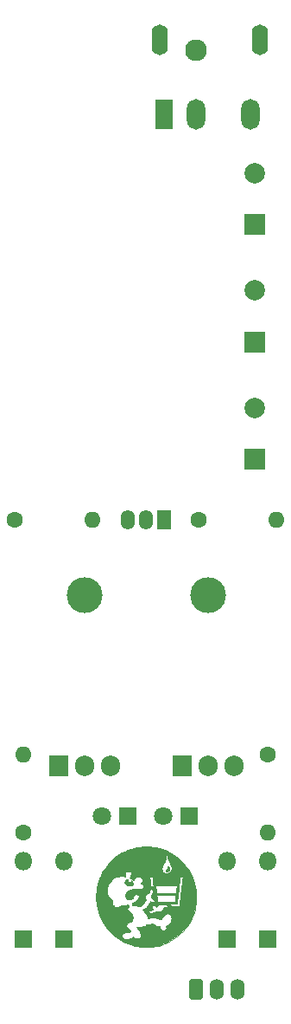
<source format=gbr>
%TF.GenerationSoftware,KiCad,Pcbnew,9.0.1*%
%TF.CreationDate,2025-05-19T14:39:27+10:00*%
%TF.ProjectId,Power,506f7765-722e-46b6-9963-61645f706362,rev?*%
%TF.SameCoordinates,Original*%
%TF.FileFunction,Soldermask,Bot*%
%TF.FilePolarity,Negative*%
%FSLAX46Y46*%
G04 Gerber Fmt 4.6, Leading zero omitted, Abs format (unit mm)*
G04 Created by KiCad (PCBNEW 9.0.1) date 2025-05-19 14:39:27*
%MOMM*%
%LPD*%
G01*
G04 APERTURE LIST*
G04 Aperture macros list*
%AMRoundRect*
0 Rectangle with rounded corners*
0 $1 Rounding radius*
0 $2 $3 $4 $5 $6 $7 $8 $9 X,Y pos of 4 corners*
0 Add a 4 corners polygon primitive as box body*
4,1,4,$2,$3,$4,$5,$6,$7,$8,$9,$2,$3,0*
0 Add four circle primitives for the rounded corners*
1,1,$1+$1,$2,$3*
1,1,$1+$1,$4,$5*
1,1,$1+$1,$6,$7*
1,1,$1+$1,$8,$9*
0 Add four rect primitives between the rounded corners*
20,1,$1+$1,$2,$3,$4,$5,0*
20,1,$1+$1,$4,$5,$6,$7,0*
20,1,$1+$1,$6,$7,$8,$9,0*
20,1,$1+$1,$8,$9,$2,$3,0*%
G04 Aperture macros list end*
%ADD10C,0.010000*%
%ADD11O,1.400000X2.000000*%
%ADD12RoundRect,0.291666X-0.408334X-0.708334X0.408334X-0.708334X0.408334X0.708334X-0.408334X0.708334X0*%
%ADD13R,2.000000X2.000000*%
%ADD14C,2.000000*%
%ADD15C,3.500000*%
%ADD16R,1.905000X2.000000*%
%ADD17O,1.905000X2.000000*%
%ADD18R,1.800000X1.800000*%
%ADD19C,1.800000*%
%ADD20O,1.800000X1.800000*%
%ADD21C,2.130000*%
%ADD22O,1.800000X3.000000*%
%ADD23R,1.800000X3.000000*%
%ADD24O,1.600000X3.000000*%
%ADD25C,1.600000*%
%ADD26O,1.600000X1.600000*%
%ADD27R,1.350000X1.900000*%
%ADD28O,1.350000X1.900000*%
G04 APERTURE END LIST*
D10*
%TO.C,G\u002A\u002A\u002A*%
X119329217Y-123767925D02*
X119498202Y-124038351D01*
X119649236Y-124319869D01*
X119749885Y-124541267D01*
X119782151Y-124612247D01*
X119896784Y-124915251D01*
X119986106Y-125205979D01*
X120059786Y-125515108D01*
X120113140Y-125827828D01*
X120146194Y-126143034D01*
X120158977Y-126459623D01*
X120151516Y-126776492D01*
X120123840Y-127092535D01*
X120075974Y-127406651D01*
X120007948Y-127717733D01*
X119919789Y-128024680D01*
X119811523Y-128326386D01*
X119800850Y-128352997D01*
X119737624Y-128500066D01*
X119677364Y-128627855D01*
X119664907Y-128654273D01*
X119585603Y-128810074D01*
X119502615Y-128961929D01*
X119418846Y-129104299D01*
X119337201Y-129231638D01*
X119247095Y-129360828D01*
X119050111Y-129616639D01*
X118838993Y-129857417D01*
X118614523Y-130082718D01*
X118377485Y-130292099D01*
X118128662Y-130485116D01*
X117868839Y-130661324D01*
X117598797Y-130820279D01*
X117319320Y-130961539D01*
X117031195Y-131084658D01*
X116735202Y-131189193D01*
X116432124Y-131274700D01*
X116122747Y-131340735D01*
X115807852Y-131386855D01*
X115488224Y-131412613D01*
X115398870Y-131415888D01*
X115206694Y-131416991D01*
X115007993Y-131410865D01*
X114809497Y-131397891D01*
X114617934Y-131378453D01*
X114440037Y-131352935D01*
X114363421Y-131339466D01*
X114046714Y-131271251D01*
X113739514Y-131184339D01*
X113441330Y-131078503D01*
X113151667Y-130953513D01*
X112870035Y-130809146D01*
X112595938Y-130645170D01*
X112328885Y-130461359D01*
X112068383Y-130257485D01*
X112016940Y-130212805D01*
X111954273Y-130155267D01*
X111884132Y-130088546D01*
X111809840Y-130015968D01*
X111734723Y-129940859D01*
X111662106Y-129866544D01*
X111595316Y-129796349D01*
X111537677Y-129733598D01*
X111492515Y-129681617D01*
X111443133Y-129621367D01*
X111243055Y-129357669D01*
X111062698Y-129086261D01*
X110902063Y-128807151D01*
X110761156Y-128520345D01*
X110639978Y-128225853D01*
X110538532Y-127923680D01*
X110456823Y-127613835D01*
X110394852Y-127296324D01*
X110352623Y-126971154D01*
X110347088Y-126905540D01*
X110340546Y-126790238D01*
X110336447Y-126662959D01*
X110334792Y-126529205D01*
X110335581Y-126394476D01*
X110338814Y-126264269D01*
X110344491Y-126144089D01*
X110352612Y-126039433D01*
X110361587Y-125955218D01*
X110389428Y-125765936D01*
X111401667Y-125765936D01*
X111403214Y-125860755D01*
X111409138Y-125961414D01*
X111418938Y-126062526D01*
X111432110Y-126158705D01*
X111448148Y-126244563D01*
X111466551Y-126314715D01*
X111479826Y-126349111D01*
X111518602Y-126420128D01*
X111574329Y-126498135D01*
X111645699Y-126581537D01*
X111731403Y-126668735D01*
X111830132Y-126758136D01*
X111842736Y-126769028D01*
X111881444Y-126803467D01*
X111912708Y-126832775D01*
X111933594Y-126854134D01*
X111941164Y-126864729D01*
X111941101Y-126865916D01*
X111938687Y-126883891D01*
X111933492Y-126915687D01*
X111926492Y-126955274D01*
X111918676Y-127028242D01*
X111925351Y-127123001D01*
X111950450Y-127211540D01*
X111992485Y-127291740D01*
X112049966Y-127361484D01*
X112121404Y-127418653D01*
X112205310Y-127461126D01*
X112300193Y-127486789D01*
X112329760Y-127490618D01*
X112425816Y-127489912D01*
X112525081Y-127470789D01*
X112623952Y-127434158D01*
X112718832Y-127380931D01*
X112724327Y-127377264D01*
X112748984Y-127361415D01*
X112770004Y-127350532D01*
X112792342Y-127343398D01*
X112820956Y-127338796D01*
X112860804Y-127335509D01*
X112916838Y-127332320D01*
X113021233Y-127324790D01*
X113140860Y-127311490D01*
X113251223Y-127294165D01*
X113346438Y-127273619D01*
X113387345Y-127264662D01*
X113418925Y-127260872D01*
X113435024Y-127263186D01*
X113436348Y-127264369D01*
X113450357Y-127283881D01*
X113467611Y-127316014D01*
X113485037Y-127354104D01*
X113499556Y-127391486D01*
X113508092Y-127421494D01*
X113509562Y-127430453D01*
X113509716Y-127449195D01*
X113503139Y-127468074D01*
X113487444Y-127492372D01*
X113460248Y-127527371D01*
X113437801Y-127555988D01*
X113411667Y-127593119D01*
X113396066Y-127623386D01*
X113388521Y-127652069D01*
X113386557Y-127684444D01*
X113388379Y-127707961D01*
X113395908Y-127734382D01*
X113410824Y-127762021D01*
X113434774Y-127792716D01*
X113469408Y-127828307D01*
X113516368Y-127870633D01*
X113577307Y-127921531D01*
X113653869Y-127982843D01*
X113860771Y-128146394D01*
X113867709Y-128204627D01*
X113870024Y-128223671D01*
X113884027Y-128322884D01*
X113899292Y-128404259D01*
X113916341Y-128470633D01*
X113936036Y-128535680D01*
X113908741Y-128571465D01*
X113905278Y-128576157D01*
X113876528Y-128627051D01*
X113851768Y-128691187D01*
X113833321Y-128761497D01*
X113823510Y-128830911D01*
X113817771Y-128911926D01*
X113758333Y-128919312D01*
X113678363Y-128933601D01*
X113582382Y-128963793D01*
X113498008Y-129005643D01*
X113426802Y-129057708D01*
X113370321Y-129118543D01*
X113330127Y-129186705D01*
X113307776Y-129260752D01*
X113304831Y-129339238D01*
X113305736Y-129347823D01*
X113325126Y-129425754D01*
X113363176Y-129502875D01*
X113417711Y-129576639D01*
X113486553Y-129644505D01*
X113567527Y-129703931D01*
X113658454Y-129752373D01*
X113677954Y-129762143D01*
X113703792Y-129783178D01*
X113720673Y-129813466D01*
X113732752Y-129858962D01*
X113733930Y-129865096D01*
X113734236Y-129880760D01*
X113723864Y-129886985D01*
X113697572Y-129888118D01*
X113695202Y-129888154D01*
X113656997Y-129894756D01*
X113621878Y-129909294D01*
X113620818Y-129909935D01*
X113603088Y-129918818D01*
X113582065Y-129924745D01*
X113553283Y-129928279D01*
X113512272Y-129929986D01*
X113454564Y-129930430D01*
X113408286Y-129931012D01*
X113316932Y-129936951D01*
X113236521Y-129950371D01*
X113160506Y-129972579D01*
X113082342Y-130004888D01*
X113013619Y-130042716D01*
X112945617Y-130093373D01*
X112889844Y-130149756D01*
X112850724Y-130207984D01*
X112843408Y-130223727D01*
X112826367Y-130289456D01*
X112829944Y-130355708D01*
X112853834Y-130420702D01*
X112897733Y-130482656D01*
X112903353Y-130488779D01*
X112958462Y-130536908D01*
X113024647Y-130573947D01*
X113106558Y-130602571D01*
X113125392Y-130606966D01*
X113177025Y-130614848D01*
X113242720Y-130620939D01*
X113317736Y-130624741D01*
X113322998Y-130624905D01*
X113386271Y-130626314D01*
X113434445Y-130625756D01*
X113473138Y-130622821D01*
X113507969Y-130617100D01*
X113544556Y-130608182D01*
X113627061Y-130580809D01*
X113745342Y-130523111D01*
X113859385Y-130444902D01*
X113944566Y-130377546D01*
X113954078Y-130415514D01*
X113962337Y-130437512D01*
X113980525Y-130460100D01*
X114010407Y-130479152D01*
X114055110Y-130496551D01*
X114117757Y-130514182D01*
X114126212Y-130516293D01*
X114165051Y-130524882D01*
X114201428Y-130530236D01*
X114241239Y-130532777D01*
X114290375Y-130532924D01*
X114354738Y-130531100D01*
X114402323Y-130528941D01*
X114477574Y-130522698D01*
X114537236Y-130512819D01*
X114584879Y-130498376D01*
X114624078Y-130478436D01*
X114658403Y-130452074D01*
X114676147Y-130435207D01*
X114708839Y-130394837D01*
X114726136Y-130352995D01*
X114731200Y-130303220D01*
X114729382Y-130270921D01*
X114715527Y-130196595D01*
X114689036Y-130110448D01*
X114651100Y-130014922D01*
X114602908Y-129912461D01*
X114545650Y-129805508D01*
X114480517Y-129696507D01*
X114408697Y-129587900D01*
X114331381Y-129482132D01*
X114282940Y-129419180D01*
X114340313Y-129426042D01*
X114415734Y-129433281D01*
X114504277Y-129438317D01*
X114594424Y-129440401D01*
X114680534Y-129439504D01*
X114756970Y-129435595D01*
X114818094Y-129428642D01*
X114917726Y-129407381D01*
X115017508Y-129375390D01*
X115106230Y-129335438D01*
X115180616Y-129289016D01*
X115237391Y-129237616D01*
X115268058Y-129202689D01*
X115415199Y-129197106D01*
X115517808Y-129190162D01*
X115613449Y-129175889D01*
X115700096Y-129153366D01*
X115783610Y-129121390D01*
X115840637Y-129096170D01*
X115891424Y-129138138D01*
X115930050Y-129167808D01*
X116025378Y-129227490D01*
X116135504Y-129281201D01*
X116256257Y-129327034D01*
X116383464Y-129363082D01*
X116418017Y-129371115D01*
X116463345Y-129381218D01*
X116499400Y-129388749D01*
X116520529Y-129392494D01*
X116523904Y-129392953D01*
X116536782Y-129397157D01*
X116544838Y-129408088D01*
X116550231Y-129430540D01*
X116555121Y-129469308D01*
X116559338Y-129499590D01*
X116582416Y-129583852D01*
X116620508Y-129653264D01*
X116673478Y-129707674D01*
X116741190Y-129746928D01*
X116823508Y-129770876D01*
X116875630Y-129776961D01*
X116946666Y-129772005D01*
X117013898Y-129749605D01*
X117080156Y-129708693D01*
X117148270Y-129648198D01*
X117160325Y-129635781D01*
X117196921Y-129592089D01*
X117215792Y-129554616D01*
X117217325Y-129519695D01*
X117201906Y-129483661D01*
X117169922Y-129442845D01*
X117154853Y-129425574D01*
X117139893Y-129406495D01*
X117135781Y-129398115D01*
X117142114Y-129394820D01*
X117163046Y-129384196D01*
X117192697Y-129369279D01*
X117315185Y-129298641D01*
X117425328Y-129215705D01*
X117519809Y-129122939D01*
X117597344Y-129021789D01*
X117656656Y-128913703D01*
X117696462Y-128800126D01*
X117710325Y-128730353D01*
X117717021Y-128627855D01*
X117708304Y-128527874D01*
X117685152Y-128433140D01*
X117648542Y-128346384D01*
X117599453Y-128270338D01*
X117538861Y-128207731D01*
X117467744Y-128161295D01*
X117454544Y-128154867D01*
X117421127Y-128140313D01*
X117392817Y-128132852D01*
X117360888Y-128130827D01*
X117316616Y-128132579D01*
X117266591Y-128137411D01*
X117216382Y-128148933D01*
X117165571Y-128169408D01*
X117137297Y-128183882D01*
X117052360Y-128241662D01*
X116971896Y-128317866D01*
X116897565Y-128410510D01*
X116831030Y-128517608D01*
X116773952Y-128637176D01*
X116768628Y-128649987D01*
X116753677Y-128685392D01*
X116742568Y-128710844D01*
X116737388Y-128721520D01*
X116734368Y-128721333D01*
X116715028Y-128716524D01*
X116680920Y-128706678D01*
X116635603Y-128692842D01*
X116582641Y-128676062D01*
X116577850Y-128674524D01*
X116509537Y-128653297D01*
X116435406Y-128631334D01*
X116364083Y-128611139D01*
X116304195Y-128595217D01*
X116255501Y-128582275D01*
X116205902Y-128566632D01*
X116172323Y-128552132D01*
X116151925Y-128537701D01*
X116124853Y-128517931D01*
X116087809Y-128504975D01*
X116037396Y-128498270D01*
X115969967Y-128496998D01*
X115954258Y-128497331D01*
X115920736Y-128498934D01*
X115886929Y-128502223D01*
X115849472Y-128507816D01*
X115804999Y-128516328D01*
X115750144Y-128528376D01*
X115681541Y-128544577D01*
X115595826Y-128565547D01*
X115557694Y-128574885D01*
X115504479Y-128587625D01*
X115460545Y-128597793D01*
X115429646Y-128604527D01*
X115415532Y-128606961D01*
X115415091Y-128606919D01*
X115406205Y-128596315D01*
X115395215Y-128570610D01*
X115384395Y-128535055D01*
X115384172Y-128534193D01*
X115360482Y-128463648D01*
X115323541Y-128380916D01*
X115275006Y-128288798D01*
X115216531Y-128190088D01*
X115149773Y-128087584D01*
X115076388Y-127984082D01*
X115015034Y-127904450D01*
X115451236Y-127904450D01*
X115459845Y-127926886D01*
X115483762Y-127961768D01*
X115504561Y-127990948D01*
X115531900Y-128033126D01*
X115552817Y-128069633D01*
X115563476Y-128089162D01*
X115577610Y-128110908D01*
X115586339Y-128118975D01*
X115618688Y-128114563D01*
X115710695Y-128097824D01*
X115805629Y-128075220D01*
X115898677Y-128048226D01*
X115985033Y-128018319D01*
X116059885Y-127986975D01*
X116118425Y-127955670D01*
X116162631Y-127927764D01*
X116263458Y-127945917D01*
X116293068Y-127950734D01*
X116410683Y-127959076D01*
X116520727Y-127949179D01*
X116621786Y-127921262D01*
X116712447Y-127875548D01*
X116763816Y-127837053D01*
X116829878Y-127771459D01*
X116888895Y-127694661D01*
X116936053Y-127612326D01*
X116980517Y-127518949D01*
X117091979Y-127514027D01*
X117147895Y-127510181D01*
X117213492Y-127500018D01*
X117259996Y-127484031D01*
X117288296Y-127461698D01*
X117299283Y-127432498D01*
X117293848Y-127395912D01*
X117272236Y-127352169D01*
X117228905Y-127306024D01*
X117168410Y-127269179D01*
X117092038Y-127242205D01*
X117001079Y-127225672D01*
X116896817Y-127220151D01*
X116802945Y-127224486D01*
X116661576Y-127247856D01*
X116526848Y-127291279D01*
X116399367Y-127354541D01*
X116279736Y-127437431D01*
X116197691Y-127503229D01*
X116122969Y-127425539D01*
X116114027Y-127416367D01*
X116051408Y-127359886D01*
X115995047Y-127323457D01*
X115945011Y-127307102D01*
X115901367Y-127310845D01*
X115864182Y-127334711D01*
X115861922Y-127337043D01*
X115836885Y-127378663D01*
X115825108Y-127434705D01*
X115826564Y-127503245D01*
X115841225Y-127582356D01*
X115869062Y-127670113D01*
X115894355Y-127737311D01*
X115871282Y-127752401D01*
X115844704Y-127767460D01*
X115798905Y-127788861D01*
X115743430Y-127811666D01*
X115683101Y-127834172D01*
X115622742Y-127854677D01*
X115567172Y-127871478D01*
X115521213Y-127882872D01*
X115489687Y-127887157D01*
X115480696Y-127887410D01*
X115458123Y-127892085D01*
X115451236Y-127904450D01*
X115015034Y-127904450D01*
X114998028Y-127882378D01*
X114913453Y-127777179D01*
X115010258Y-127713913D01*
X115018070Y-127708703D01*
X115074539Y-127666384D01*
X115139067Y-127611540D01*
X115207720Y-127548053D01*
X115276561Y-127479805D01*
X115341654Y-127410675D01*
X115399064Y-127344548D01*
X115444852Y-127285306D01*
X115449837Y-127278232D01*
X115491772Y-127215897D01*
X115499284Y-127204085D01*
X117496083Y-127204085D01*
X117555422Y-127251730D01*
X117584913Y-127277563D01*
X117623859Y-127318624D01*
X117655738Y-127360279D01*
X117677274Y-127398081D01*
X117685181Y-127427584D01*
X117685181Y-127432498D01*
X117685181Y-127452897D01*
X118487989Y-127452897D01*
X118494173Y-127413193D01*
X118494509Y-127410783D01*
X118497145Y-127389503D01*
X118501992Y-127348840D01*
X118508905Y-127290066D01*
X118517736Y-127214456D01*
X118528338Y-127123284D01*
X118540562Y-127017821D01*
X118554263Y-126899345D01*
X118569291Y-126769126D01*
X118585501Y-126628441D01*
X118602745Y-126478561D01*
X118620875Y-126320760D01*
X118639745Y-126156314D01*
X118659206Y-125986494D01*
X118665297Y-125933315D01*
X118684560Y-125765295D01*
X118703172Y-125603181D01*
X118720984Y-125448233D01*
X118737852Y-125301714D01*
X118753630Y-125164886D01*
X118768172Y-125039005D01*
X118781332Y-124925337D01*
X118792963Y-124825141D01*
X118802921Y-124739680D01*
X118811058Y-124670211D01*
X118817230Y-124617998D01*
X118821289Y-124584302D01*
X118823090Y-124570384D01*
X118828128Y-124541267D01*
X118555781Y-124541267D01*
X118549370Y-124586265D01*
X118548118Y-124596085D01*
X118544464Y-124626758D01*
X118538800Y-124675432D01*
X118531301Y-124740547D01*
X118522144Y-124820541D01*
X118511504Y-124913853D01*
X118499557Y-125018920D01*
X118486479Y-125134180D01*
X118472445Y-125258073D01*
X118457632Y-125389036D01*
X118454129Y-125420050D01*
X118442214Y-125525507D01*
X118426371Y-125665926D01*
X118410274Y-125808729D01*
X118394101Y-125952356D01*
X118378028Y-126095245D01*
X118362230Y-126235833D01*
X118354093Y-126308326D01*
X118346883Y-126372561D01*
X118332164Y-126503864D01*
X118318247Y-126628182D01*
X118305310Y-126743954D01*
X118293526Y-126849616D01*
X118283074Y-126943609D01*
X118274127Y-127024369D01*
X118266862Y-127090334D01*
X118261456Y-127139946D01*
X118258083Y-127171640D01*
X118256919Y-127183855D01*
X118256373Y-127185675D01*
X118250375Y-127189320D01*
X118236253Y-127192309D01*
X118212142Y-127194731D01*
X118176178Y-127196670D01*
X118126496Y-127198211D01*
X118061232Y-127199441D01*
X117978522Y-127200444D01*
X117876501Y-127201306D01*
X117496083Y-127204085D01*
X115499284Y-127204085D01*
X115540636Y-127139064D01*
X115594036Y-127051568D01*
X115649579Y-126957245D01*
X115651067Y-126955101D01*
X115661504Y-126950889D01*
X115681656Y-126955527D01*
X115715861Y-126969841D01*
X115744481Y-126982149D01*
X115824524Y-127007775D01*
X115894461Y-127016030D01*
X115953658Y-127006888D01*
X116001479Y-126980328D01*
X116016806Y-126964817D01*
X116040299Y-126922184D01*
X116048355Y-126873766D01*
X116040505Y-126825768D01*
X116016279Y-126784397D01*
X115998620Y-126769671D01*
X115968508Y-126749290D01*
X115932761Y-126727947D01*
X115920222Y-126720699D01*
X115865055Y-126683815D01*
X115812648Y-126641565D01*
X115768495Y-126598690D01*
X115738085Y-126559930D01*
X115729253Y-126544502D01*
X115711777Y-126498890D01*
X115707171Y-126450692D01*
X115716000Y-126397580D01*
X115738825Y-126337228D01*
X115765014Y-126288245D01*
X116256241Y-126288245D01*
X116262148Y-126333243D01*
X116262454Y-126335630D01*
X116265486Y-126360974D01*
X116270403Y-126403682D01*
X116276852Y-126460611D01*
X116284477Y-126528617D01*
X116292924Y-126604556D01*
X116301839Y-126685285D01*
X116335622Y-126992330D01*
X117200980Y-126995039D01*
X117268893Y-126995239D01*
X117399241Y-126995546D01*
X117522525Y-126995739D01*
X117637177Y-126995820D01*
X117741629Y-126995791D01*
X117834313Y-126995657D01*
X117913662Y-126995418D01*
X117978107Y-126995079D01*
X118026080Y-126994642D01*
X118056014Y-126994111D01*
X118066340Y-126993487D01*
X118066632Y-126990350D01*
X118068849Y-126969576D01*
X118073008Y-126931601D01*
X118078825Y-126878981D01*
X118086018Y-126814271D01*
X118094302Y-126740031D01*
X118103396Y-126658816D01*
X118107753Y-126619836D01*
X118116547Y-126540258D01*
X118124386Y-126468117D01*
X118130985Y-126406132D01*
X118136054Y-126357025D01*
X118139306Y-126323516D01*
X118140455Y-126308326D01*
X118140051Y-126305141D01*
X118137893Y-126302062D01*
X118132686Y-126299381D01*
X118123134Y-126297072D01*
X118107942Y-126295105D01*
X118085816Y-126293455D01*
X118055461Y-126292092D01*
X118015582Y-126290991D01*
X117964886Y-126290122D01*
X117902076Y-126289458D01*
X117825859Y-126288973D01*
X117734940Y-126288637D01*
X117628024Y-126288424D01*
X117503816Y-126288306D01*
X117361022Y-126288255D01*
X117198348Y-126288246D01*
X116256241Y-126288245D01*
X115765014Y-126288245D01*
X115776210Y-126267305D01*
X115828719Y-126185487D01*
X115833558Y-126178362D01*
X115873441Y-126117534D01*
X115901358Y-126069410D01*
X115918528Y-126030573D01*
X115926166Y-125997608D01*
X115925488Y-125967097D01*
X115917711Y-125935626D01*
X115917586Y-125935249D01*
X115889358Y-125877495D01*
X115847403Y-125826393D01*
X115796148Y-125785480D01*
X115740015Y-125758294D01*
X115683431Y-125748370D01*
X115655462Y-125749910D01*
X115629176Y-125759037D01*
X115604476Y-125780257D01*
X115597902Y-125787289D01*
X115586513Y-125802023D01*
X115578917Y-125819060D01*
X115573954Y-125843115D01*
X115570459Y-125878901D01*
X115567270Y-125931132D01*
X115565223Y-125961922D01*
X115559997Y-126013047D01*
X115553516Y-126051405D01*
X115546398Y-126072793D01*
X115538012Y-126081282D01*
X115512305Y-126098921D01*
X115475202Y-126119845D01*
X115431594Y-126141141D01*
X115371187Y-126170299D01*
X115309387Y-126206439D01*
X115262260Y-126243679D01*
X115226356Y-126284850D01*
X115198224Y-126332788D01*
X115191275Y-126347605D01*
X115166259Y-126415947D01*
X115152909Y-126486702D01*
X115151066Y-126563784D01*
X115160572Y-126651110D01*
X115181269Y-126752594D01*
X115197345Y-126819902D01*
X115158964Y-126895214D01*
X115130182Y-126948553D01*
X115075627Y-127037014D01*
X115015646Y-127121167D01*
X114952845Y-127197921D01*
X114889826Y-127264184D01*
X114829193Y-127316865D01*
X114773551Y-127352869D01*
X114746038Y-127365831D01*
X114719340Y-127374949D01*
X114688668Y-127380825D01*
X114648289Y-127384548D01*
X114592468Y-127387204D01*
X114566048Y-127387758D01*
X114506812Y-127386894D01*
X114437820Y-127383818D01*
X114362162Y-127378864D01*
X114282929Y-127372363D01*
X114203210Y-127364645D01*
X114126097Y-127356045D01*
X114054679Y-127346895D01*
X113992046Y-127337528D01*
X113941288Y-127328274D01*
X113905497Y-127319467D01*
X113887762Y-127311438D01*
X113886942Y-127310460D01*
X113878846Y-127294000D01*
X113867419Y-127264520D01*
X113854804Y-127228382D01*
X113843142Y-127191941D01*
X113834574Y-127161561D01*
X113831242Y-127143599D01*
X113836580Y-127138851D01*
X113856993Y-127125396D01*
X113889128Y-127105855D01*
X113929179Y-127082600D01*
X114012647Y-127032668D01*
X114122340Y-126957427D01*
X114225399Y-126873679D01*
X114329087Y-126775850D01*
X114387999Y-126714855D01*
X114436855Y-126658891D01*
X114472063Y-126610567D01*
X114495306Y-126567216D01*
X114508264Y-126526171D01*
X114512619Y-126484768D01*
X114512512Y-126474349D01*
X114500605Y-126412568D01*
X114471120Y-126358447D01*
X114426568Y-126313978D01*
X114369462Y-126281158D01*
X114302312Y-126261980D01*
X114227629Y-126258439D01*
X114190013Y-126262759D01*
X114151575Y-126274201D01*
X114118772Y-126294957D01*
X114088567Y-126327736D01*
X114057923Y-126375245D01*
X114023801Y-126440194D01*
X113976775Y-126524687D01*
X113910839Y-126614487D01*
X113838015Y-126684917D01*
X113758714Y-126735517D01*
X113753797Y-126737928D01*
X113721629Y-126752779D01*
X113694430Y-126762164D01*
X113665665Y-126767322D01*
X113628801Y-126769492D01*
X113577301Y-126769913D01*
X113528283Y-126769448D01*
X113490626Y-126767335D01*
X113462406Y-126762508D01*
X113437559Y-126753898D01*
X113410018Y-126740435D01*
X113355134Y-126705234D01*
X113291897Y-126644039D01*
X113242560Y-126569572D01*
X113208339Y-126484318D01*
X113190453Y-126390766D01*
X113190118Y-126291400D01*
X113204083Y-126203613D01*
X113235332Y-126112491D01*
X113283208Y-126032240D01*
X113348169Y-125962469D01*
X113430679Y-125902781D01*
X113531197Y-125852784D01*
X113650184Y-125812084D01*
X113788101Y-125780286D01*
X113797230Y-125778606D01*
X113871309Y-125766542D01*
X113950429Y-125756559D01*
X114037815Y-125748398D01*
X114136690Y-125741798D01*
X114250279Y-125736497D01*
X114381805Y-125732233D01*
X114404412Y-125731583D01*
X114478935Y-125728927D01*
X114550170Y-125725672D01*
X114613646Y-125722062D01*
X114664892Y-125718344D01*
X114699437Y-125714764D01*
X114780986Y-125698770D01*
X114860014Y-125671556D01*
X114922662Y-125636089D01*
X114968248Y-125593617D01*
X114996086Y-125545386D01*
X115005492Y-125492642D01*
X114995782Y-125436634D01*
X114966271Y-125378608D01*
X114916272Y-125319809D01*
X114885911Y-125294245D01*
X114841110Y-125263488D01*
X114796558Y-125238756D01*
X114791518Y-125236374D01*
X114757714Y-125220206D01*
X114732992Y-125208075D01*
X114722400Y-125202453D01*
X114722326Y-125202361D01*
X114727253Y-125192736D01*
X114742469Y-125171487D01*
X114764824Y-125143027D01*
X114817031Y-125067717D01*
X114854228Y-124985393D01*
X114871077Y-124903501D01*
X114867502Y-124823108D01*
X114843428Y-124745267D01*
X114798779Y-124671044D01*
X114796529Y-124668140D01*
X114743613Y-124616918D01*
X114676537Y-124576846D01*
X114615302Y-124554502D01*
X115577874Y-124554502D01*
X115578080Y-124557885D01*
X115580189Y-124579630D01*
X115584371Y-124619109D01*
X115590373Y-124674044D01*
X115597942Y-124742158D01*
X115606827Y-124821171D01*
X115616774Y-124908804D01*
X115627531Y-125002778D01*
X115677535Y-125437820D01*
X115738564Y-125450426D01*
X115742417Y-125451265D01*
X115783835Y-125463489D01*
X115832786Y-125482017D01*
X115879486Y-125503183D01*
X115894224Y-125510485D01*
X115927554Y-125526109D01*
X115950727Y-125535654D01*
X115959426Y-125537278D01*
X115959393Y-125536388D01*
X115957833Y-125519651D01*
X115954160Y-125484934D01*
X115948670Y-125434835D01*
X115947023Y-125420050D01*
X116157840Y-125420050D01*
X116163804Y-125459754D01*
X116164416Y-125464131D01*
X116167700Y-125490628D01*
X116172799Y-125534227D01*
X116173147Y-125537278D01*
X116179374Y-125591931D01*
X116187086Y-125660748D01*
X116195596Y-125737682D01*
X116204564Y-125819737D01*
X116239360Y-126140017D01*
X117210547Y-126140018D01*
X117350815Y-126139965D01*
X117484786Y-126139828D01*
X117610970Y-126139612D01*
X117727881Y-126139323D01*
X117834031Y-126138969D01*
X117927931Y-126138554D01*
X118008095Y-126138087D01*
X118073035Y-126137573D01*
X118121262Y-126137019D01*
X118151290Y-126136432D01*
X118161630Y-126135817D01*
X118161922Y-126132686D01*
X118164139Y-126111926D01*
X118168298Y-126073964D01*
X118174116Y-126021354D01*
X118181308Y-125956654D01*
X118189593Y-125882420D01*
X118198687Y-125801210D01*
X118202944Y-125763076D01*
X118211762Y-125682990D01*
X118219624Y-125610060D01*
X118226243Y-125547061D01*
X118231328Y-125496771D01*
X118234592Y-125461967D01*
X118235744Y-125445425D01*
X118235744Y-125420050D01*
X116157840Y-125420050D01*
X115947023Y-125420050D01*
X115941663Y-125371950D01*
X115933437Y-125298874D01*
X115924290Y-125218206D01*
X115914518Y-125132541D01*
X115904424Y-125044475D01*
X115894303Y-124956604D01*
X115884453Y-124871526D01*
X115875173Y-124791836D01*
X115866762Y-124720132D01*
X115859516Y-124659008D01*
X115853736Y-124611062D01*
X115849718Y-124578891D01*
X115847761Y-124565090D01*
X115844930Y-124555695D01*
X115838769Y-124548837D01*
X115825832Y-124544589D01*
X115802519Y-124542327D01*
X115765230Y-124541428D01*
X115710365Y-124541267D01*
X115691567Y-124541313D01*
X115638392Y-124542261D01*
X115603304Y-124544617D01*
X115583925Y-124548618D01*
X115577874Y-124554502D01*
X114615302Y-124554502D01*
X114599421Y-124548707D01*
X114516382Y-124533283D01*
X114431538Y-124531355D01*
X114349006Y-124543708D01*
X114272904Y-124571123D01*
X114226486Y-124598452D01*
X114158231Y-124655647D01*
X114097411Y-124727595D01*
X114047667Y-124810427D01*
X114008786Y-124889097D01*
X113943837Y-124838622D01*
X113901578Y-124806604D01*
X113825510Y-124752663D01*
X113752498Y-124705272D01*
X113688642Y-124668496D01*
X113632980Y-124639216D01*
X113669256Y-124561125D01*
X113671996Y-124555184D01*
X113702113Y-124484744D01*
X113731045Y-124408563D01*
X113756697Y-124332798D01*
X113776972Y-124263607D01*
X113789773Y-124207149D01*
X113794690Y-124169508D01*
X113792809Y-124121466D01*
X113777957Y-124084375D01*
X113748973Y-124053872D01*
X113739586Y-124047380D01*
X113726798Y-124041818D01*
X113708733Y-124037940D01*
X113682213Y-124035469D01*
X113644057Y-124034123D01*
X113591086Y-124033623D01*
X113520123Y-124033687D01*
X113476577Y-124033908D01*
X113396108Y-124035056D01*
X113333045Y-124037414D01*
X113284811Y-124041340D01*
X113248832Y-124047194D01*
X113222533Y-124055336D01*
X113203337Y-124066124D01*
X113188671Y-124079918D01*
X113175092Y-124098568D01*
X113166844Y-124121425D01*
X113166839Y-124149874D01*
X113175167Y-124188512D01*
X113191922Y-124241941D01*
X113193172Y-124245664D01*
X113206794Y-124290256D01*
X113214063Y-124327409D01*
X113216193Y-124366605D01*
X113214399Y-124417323D01*
X113213242Y-124435885D01*
X113209933Y-124475274D01*
X113206316Y-124503917D01*
X113202990Y-124516608D01*
X113201658Y-124517261D01*
X113184813Y-124517917D01*
X113153880Y-124515510D01*
X113114338Y-124510424D01*
X113092811Y-124507382D01*
X112973983Y-124495959D01*
X112842808Y-124490941D01*
X112705771Y-124492155D01*
X112569358Y-124499428D01*
X112440054Y-124512587D01*
X112324342Y-124531461D01*
X112267031Y-124543917D01*
X112196926Y-124563076D01*
X112139021Y-124585581D01*
X112087983Y-124614073D01*
X112038485Y-124651194D01*
X111985198Y-124699585D01*
X111908964Y-124778148D01*
X111810510Y-124893558D01*
X111712807Y-125022990D01*
X111618659Y-125162683D01*
X111530871Y-125308879D01*
X111487484Y-125389704D01*
X111454540Y-125461795D01*
X111431296Y-125528628D01*
X111415816Y-125595789D01*
X111406165Y-125668864D01*
X111405004Y-125682343D01*
X111401667Y-125765936D01*
X110389428Y-125765936D01*
X110408889Y-125633627D01*
X110476093Y-125318259D01*
X110562937Y-125009804D01*
X110669159Y-124708947D01*
X110794497Y-124416380D01*
X110938689Y-124132790D01*
X111101474Y-123858866D01*
X111198564Y-123717574D01*
X116776057Y-123717574D01*
X116776695Y-123775886D01*
X116784744Y-123833748D01*
X116787917Y-123848707D01*
X116818590Y-123939727D01*
X116865767Y-124017760D01*
X116928609Y-124081917D01*
X117006276Y-124131311D01*
X117097932Y-124165054D01*
X117113034Y-124168711D01*
X117208225Y-124180732D01*
X117306511Y-124176183D01*
X117401695Y-124155777D01*
X117487580Y-124120228D01*
X117504039Y-124110801D01*
X117577054Y-124054943D01*
X117637925Y-123984524D01*
X117685053Y-123902848D01*
X117716837Y-123813224D01*
X117731683Y-123718953D01*
X117727986Y-123623341D01*
X117721765Y-123584380D01*
X117713214Y-123545615D01*
X117701321Y-123507329D01*
X117684371Y-123464765D01*
X117660642Y-123413166D01*
X117628414Y-123347776D01*
X117569596Y-123226500D01*
X117491580Y-123048719D01*
X117427578Y-122878516D01*
X117376257Y-122712228D01*
X117336282Y-122546194D01*
X117330342Y-122518272D01*
X117318237Y-122465061D01*
X117307095Y-122420637D01*
X117297949Y-122388998D01*
X117291833Y-122374144D01*
X117275475Y-122361089D01*
X117253253Y-122360840D01*
X117232334Y-122377891D01*
X117215001Y-122410139D01*
X117203537Y-122455482D01*
X117187720Y-122548438D01*
X117162818Y-122663372D01*
X117131452Y-122777921D01*
X117092436Y-122895597D01*
X117044586Y-123019912D01*
X116986715Y-123154377D01*
X116917640Y-123302501D01*
X116908415Y-123321786D01*
X116861547Y-123424126D01*
X116825575Y-123512089D01*
X116799800Y-123588462D01*
X116783527Y-123656028D01*
X116776057Y-123717574D01*
X111198564Y-123717574D01*
X111282588Y-123595296D01*
X111320131Y-123545086D01*
X111498372Y-123324306D01*
X111692379Y-123110286D01*
X111898560Y-122906619D01*
X112113323Y-122716896D01*
X112333076Y-122544710D01*
X112593883Y-122365897D01*
X112867708Y-122202930D01*
X113150770Y-122058177D01*
X113441859Y-121932115D01*
X113739763Y-121825223D01*
X114043274Y-121737979D01*
X114351178Y-121670862D01*
X114662267Y-121624350D01*
X114888053Y-121603323D01*
X115212415Y-121590783D01*
X115534703Y-121599119D01*
X115854227Y-121628193D01*
X116170294Y-121677861D01*
X116482213Y-121747990D01*
X116789295Y-121838438D01*
X117090846Y-121949066D01*
X117386176Y-122079736D01*
X117674593Y-122230308D01*
X117749495Y-122274215D01*
X117838132Y-122329200D01*
X117932735Y-122390366D01*
X118028404Y-122454429D01*
X118120239Y-122518106D01*
X118203338Y-122578111D01*
X118272801Y-122631163D01*
X118477078Y-122801826D01*
X118716210Y-123025544D01*
X118938055Y-123261289D01*
X119142446Y-123508827D01*
X119293916Y-123718953D01*
X119329217Y-123767925D01*
G36*
X119329217Y-123767925D02*
G01*
X119498202Y-124038351D01*
X119649236Y-124319869D01*
X119749885Y-124541267D01*
X119782151Y-124612247D01*
X119896784Y-124915251D01*
X119986106Y-125205979D01*
X120059786Y-125515108D01*
X120113140Y-125827828D01*
X120146194Y-126143034D01*
X120158977Y-126459623D01*
X120151516Y-126776492D01*
X120123840Y-127092535D01*
X120075974Y-127406651D01*
X120007948Y-127717733D01*
X119919789Y-128024680D01*
X119811523Y-128326386D01*
X119800850Y-128352997D01*
X119737624Y-128500066D01*
X119677364Y-128627855D01*
X119664907Y-128654273D01*
X119585603Y-128810074D01*
X119502615Y-128961929D01*
X119418846Y-129104299D01*
X119337201Y-129231638D01*
X119247095Y-129360828D01*
X119050111Y-129616639D01*
X118838993Y-129857417D01*
X118614523Y-130082718D01*
X118377485Y-130292099D01*
X118128662Y-130485116D01*
X117868839Y-130661324D01*
X117598797Y-130820279D01*
X117319320Y-130961539D01*
X117031195Y-131084658D01*
X116735202Y-131189193D01*
X116432124Y-131274700D01*
X116122747Y-131340735D01*
X115807852Y-131386855D01*
X115488224Y-131412613D01*
X115398870Y-131415888D01*
X115206694Y-131416991D01*
X115007993Y-131410865D01*
X114809497Y-131397891D01*
X114617934Y-131378453D01*
X114440037Y-131352935D01*
X114363421Y-131339466D01*
X114046714Y-131271251D01*
X113739514Y-131184339D01*
X113441330Y-131078503D01*
X113151667Y-130953513D01*
X112870035Y-130809146D01*
X112595938Y-130645170D01*
X112328885Y-130461359D01*
X112068383Y-130257485D01*
X112016940Y-130212805D01*
X111954273Y-130155267D01*
X111884132Y-130088546D01*
X111809840Y-130015968D01*
X111734723Y-129940859D01*
X111662106Y-129866544D01*
X111595316Y-129796349D01*
X111537677Y-129733598D01*
X111492515Y-129681617D01*
X111443133Y-129621367D01*
X111243055Y-129357669D01*
X111062698Y-129086261D01*
X110902063Y-128807151D01*
X110761156Y-128520345D01*
X110639978Y-128225853D01*
X110538532Y-127923680D01*
X110456823Y-127613835D01*
X110394852Y-127296324D01*
X110352623Y-126971154D01*
X110347088Y-126905540D01*
X110340546Y-126790238D01*
X110336447Y-126662959D01*
X110334792Y-126529205D01*
X110335581Y-126394476D01*
X110338814Y-126264269D01*
X110344491Y-126144089D01*
X110352612Y-126039433D01*
X110361587Y-125955218D01*
X110389428Y-125765936D01*
X111401667Y-125765936D01*
X111403214Y-125860755D01*
X111409138Y-125961414D01*
X111418938Y-126062526D01*
X111432110Y-126158705D01*
X111448148Y-126244563D01*
X111466551Y-126314715D01*
X111479826Y-126349111D01*
X111518602Y-126420128D01*
X111574329Y-126498135D01*
X111645699Y-126581537D01*
X111731403Y-126668735D01*
X111830132Y-126758136D01*
X111842736Y-126769028D01*
X111881444Y-126803467D01*
X111912708Y-126832775D01*
X111933594Y-126854134D01*
X111941164Y-126864729D01*
X111941101Y-126865916D01*
X111938687Y-126883891D01*
X111933492Y-126915687D01*
X111926492Y-126955274D01*
X111918676Y-127028242D01*
X111925351Y-127123001D01*
X111950450Y-127211540D01*
X111992485Y-127291740D01*
X112049966Y-127361484D01*
X112121404Y-127418653D01*
X112205310Y-127461126D01*
X112300193Y-127486789D01*
X112329760Y-127490618D01*
X112425816Y-127489912D01*
X112525081Y-127470789D01*
X112623952Y-127434158D01*
X112718832Y-127380931D01*
X112724327Y-127377264D01*
X112748984Y-127361415D01*
X112770004Y-127350532D01*
X112792342Y-127343398D01*
X112820956Y-127338796D01*
X112860804Y-127335509D01*
X112916838Y-127332320D01*
X113021233Y-127324790D01*
X113140860Y-127311490D01*
X113251223Y-127294165D01*
X113346438Y-127273619D01*
X113387345Y-127264662D01*
X113418925Y-127260872D01*
X113435024Y-127263186D01*
X113436348Y-127264369D01*
X113450357Y-127283881D01*
X113467611Y-127316014D01*
X113485037Y-127354104D01*
X113499556Y-127391486D01*
X113508092Y-127421494D01*
X113509562Y-127430453D01*
X113509716Y-127449195D01*
X113503139Y-127468074D01*
X113487444Y-127492372D01*
X113460248Y-127527371D01*
X113437801Y-127555988D01*
X113411667Y-127593119D01*
X113396066Y-127623386D01*
X113388521Y-127652069D01*
X113386557Y-127684444D01*
X113388379Y-127707961D01*
X113395908Y-127734382D01*
X113410824Y-127762021D01*
X113434774Y-127792716D01*
X113469408Y-127828307D01*
X113516368Y-127870633D01*
X113577307Y-127921531D01*
X113653869Y-127982843D01*
X113860771Y-128146394D01*
X113867709Y-128204627D01*
X113870024Y-128223671D01*
X113884027Y-128322884D01*
X113899292Y-128404259D01*
X113916341Y-128470633D01*
X113936036Y-128535680D01*
X113908741Y-128571465D01*
X113905278Y-128576157D01*
X113876528Y-128627051D01*
X113851768Y-128691187D01*
X113833321Y-128761497D01*
X113823510Y-128830911D01*
X113817771Y-128911926D01*
X113758333Y-128919312D01*
X113678363Y-128933601D01*
X113582382Y-128963793D01*
X113498008Y-129005643D01*
X113426802Y-129057708D01*
X113370321Y-129118543D01*
X113330127Y-129186705D01*
X113307776Y-129260752D01*
X113304831Y-129339238D01*
X113305736Y-129347823D01*
X113325126Y-129425754D01*
X113363176Y-129502875D01*
X113417711Y-129576639D01*
X113486553Y-129644505D01*
X113567527Y-129703931D01*
X113658454Y-129752373D01*
X113677954Y-129762143D01*
X113703792Y-129783178D01*
X113720673Y-129813466D01*
X113732752Y-129858962D01*
X113733930Y-129865096D01*
X113734236Y-129880760D01*
X113723864Y-129886985D01*
X113697572Y-129888118D01*
X113695202Y-129888154D01*
X113656997Y-129894756D01*
X113621878Y-129909294D01*
X113620818Y-129909935D01*
X113603088Y-129918818D01*
X113582065Y-129924745D01*
X113553283Y-129928279D01*
X113512272Y-129929986D01*
X113454564Y-129930430D01*
X113408286Y-129931012D01*
X113316932Y-129936951D01*
X113236521Y-129950371D01*
X113160506Y-129972579D01*
X113082342Y-130004888D01*
X113013619Y-130042716D01*
X112945617Y-130093373D01*
X112889844Y-130149756D01*
X112850724Y-130207984D01*
X112843408Y-130223727D01*
X112826367Y-130289456D01*
X112829944Y-130355708D01*
X112853834Y-130420702D01*
X112897733Y-130482656D01*
X112903353Y-130488779D01*
X112958462Y-130536908D01*
X113024647Y-130573947D01*
X113106558Y-130602571D01*
X113125392Y-130606966D01*
X113177025Y-130614848D01*
X113242720Y-130620939D01*
X113317736Y-130624741D01*
X113322998Y-130624905D01*
X113386271Y-130626314D01*
X113434445Y-130625756D01*
X113473138Y-130622821D01*
X113507969Y-130617100D01*
X113544556Y-130608182D01*
X113627061Y-130580809D01*
X113745342Y-130523111D01*
X113859385Y-130444902D01*
X113944566Y-130377546D01*
X113954078Y-130415514D01*
X113962337Y-130437512D01*
X113980525Y-130460100D01*
X114010407Y-130479152D01*
X114055110Y-130496551D01*
X114117757Y-130514182D01*
X114126212Y-130516293D01*
X114165051Y-130524882D01*
X114201428Y-130530236D01*
X114241239Y-130532777D01*
X114290375Y-130532924D01*
X114354738Y-130531100D01*
X114402323Y-130528941D01*
X114477574Y-130522698D01*
X114537236Y-130512819D01*
X114584879Y-130498376D01*
X114624078Y-130478436D01*
X114658403Y-130452074D01*
X114676147Y-130435207D01*
X114708839Y-130394837D01*
X114726136Y-130352995D01*
X114731200Y-130303220D01*
X114729382Y-130270921D01*
X114715527Y-130196595D01*
X114689036Y-130110448D01*
X114651100Y-130014922D01*
X114602908Y-129912461D01*
X114545650Y-129805508D01*
X114480517Y-129696507D01*
X114408697Y-129587900D01*
X114331381Y-129482132D01*
X114282940Y-129419180D01*
X114340313Y-129426042D01*
X114415734Y-129433281D01*
X114504277Y-129438317D01*
X114594424Y-129440401D01*
X114680534Y-129439504D01*
X114756970Y-129435595D01*
X114818094Y-129428642D01*
X114917726Y-129407381D01*
X115017508Y-129375390D01*
X115106230Y-129335438D01*
X115180616Y-129289016D01*
X115237391Y-129237616D01*
X115268058Y-129202689D01*
X115415199Y-129197106D01*
X115517808Y-129190162D01*
X115613449Y-129175889D01*
X115700096Y-129153366D01*
X115783610Y-129121390D01*
X115840637Y-129096170D01*
X115891424Y-129138138D01*
X115930050Y-129167808D01*
X116025378Y-129227490D01*
X116135504Y-129281201D01*
X116256257Y-129327034D01*
X116383464Y-129363082D01*
X116418017Y-129371115D01*
X116463345Y-129381218D01*
X116499400Y-129388749D01*
X116520529Y-129392494D01*
X116523904Y-129392953D01*
X116536782Y-129397157D01*
X116544838Y-129408088D01*
X116550231Y-129430540D01*
X116555121Y-129469308D01*
X116559338Y-129499590D01*
X116582416Y-129583852D01*
X116620508Y-129653264D01*
X116673478Y-129707674D01*
X116741190Y-129746928D01*
X116823508Y-129770876D01*
X116875630Y-129776961D01*
X116946666Y-129772005D01*
X117013898Y-129749605D01*
X117080156Y-129708693D01*
X117148270Y-129648198D01*
X117160325Y-129635781D01*
X117196921Y-129592089D01*
X117215792Y-129554616D01*
X117217325Y-129519695D01*
X117201906Y-129483661D01*
X117169922Y-129442845D01*
X117154853Y-129425574D01*
X117139893Y-129406495D01*
X117135781Y-129398115D01*
X117142114Y-129394820D01*
X117163046Y-129384196D01*
X117192697Y-129369279D01*
X117315185Y-129298641D01*
X117425328Y-129215705D01*
X117519809Y-129122939D01*
X117597344Y-129021789D01*
X117656656Y-128913703D01*
X117696462Y-128800126D01*
X117710325Y-128730353D01*
X117717021Y-128627855D01*
X117708304Y-128527874D01*
X117685152Y-128433140D01*
X117648542Y-128346384D01*
X117599453Y-128270338D01*
X117538861Y-128207731D01*
X117467744Y-128161295D01*
X117454544Y-128154867D01*
X117421127Y-128140313D01*
X117392817Y-128132852D01*
X117360888Y-128130827D01*
X117316616Y-128132579D01*
X117266591Y-128137411D01*
X117216382Y-128148933D01*
X117165571Y-128169408D01*
X117137297Y-128183882D01*
X117052360Y-128241662D01*
X116971896Y-128317866D01*
X116897565Y-128410510D01*
X116831030Y-128517608D01*
X116773952Y-128637176D01*
X116768628Y-128649987D01*
X116753677Y-128685392D01*
X116742568Y-128710844D01*
X116737388Y-128721520D01*
X116734368Y-128721333D01*
X116715028Y-128716524D01*
X116680920Y-128706678D01*
X116635603Y-128692842D01*
X116582641Y-128676062D01*
X116577850Y-128674524D01*
X116509537Y-128653297D01*
X116435406Y-128631334D01*
X116364083Y-128611139D01*
X116304195Y-128595217D01*
X116255501Y-128582275D01*
X116205902Y-128566632D01*
X116172323Y-128552132D01*
X116151925Y-128537701D01*
X116124853Y-128517931D01*
X116087809Y-128504975D01*
X116037396Y-128498270D01*
X115969967Y-128496998D01*
X115954258Y-128497331D01*
X115920736Y-128498934D01*
X115886929Y-128502223D01*
X115849472Y-128507816D01*
X115804999Y-128516328D01*
X115750144Y-128528376D01*
X115681541Y-128544577D01*
X115595826Y-128565547D01*
X115557694Y-128574885D01*
X115504479Y-128587625D01*
X115460545Y-128597793D01*
X115429646Y-128604527D01*
X115415532Y-128606961D01*
X115415091Y-128606919D01*
X115406205Y-128596315D01*
X115395215Y-128570610D01*
X115384395Y-128535055D01*
X115384172Y-128534193D01*
X115360482Y-128463648D01*
X115323541Y-128380916D01*
X115275006Y-128288798D01*
X115216531Y-128190088D01*
X115149773Y-128087584D01*
X115076388Y-127984082D01*
X115015034Y-127904450D01*
X115451236Y-127904450D01*
X115459845Y-127926886D01*
X115483762Y-127961768D01*
X115504561Y-127990948D01*
X115531900Y-128033126D01*
X115552817Y-128069633D01*
X115563476Y-128089162D01*
X115577610Y-128110908D01*
X115586339Y-128118975D01*
X115618688Y-128114563D01*
X115710695Y-128097824D01*
X115805629Y-128075220D01*
X115898677Y-128048226D01*
X115985033Y-128018319D01*
X116059885Y-127986975D01*
X116118425Y-127955670D01*
X116162631Y-127927764D01*
X116263458Y-127945917D01*
X116293068Y-127950734D01*
X116410683Y-127959076D01*
X116520727Y-127949179D01*
X116621786Y-127921262D01*
X116712447Y-127875548D01*
X116763816Y-127837053D01*
X116829878Y-127771459D01*
X116888895Y-127694661D01*
X116936053Y-127612326D01*
X116980517Y-127518949D01*
X117091979Y-127514027D01*
X117147895Y-127510181D01*
X117213492Y-127500018D01*
X117259996Y-127484031D01*
X117288296Y-127461698D01*
X117299283Y-127432498D01*
X117293848Y-127395912D01*
X117272236Y-127352169D01*
X117228905Y-127306024D01*
X117168410Y-127269179D01*
X117092038Y-127242205D01*
X117001079Y-127225672D01*
X116896817Y-127220151D01*
X116802945Y-127224486D01*
X116661576Y-127247856D01*
X116526848Y-127291279D01*
X116399367Y-127354541D01*
X116279736Y-127437431D01*
X116197691Y-127503229D01*
X116122969Y-127425539D01*
X116114027Y-127416367D01*
X116051408Y-127359886D01*
X115995047Y-127323457D01*
X115945011Y-127307102D01*
X115901367Y-127310845D01*
X115864182Y-127334711D01*
X115861922Y-127337043D01*
X115836885Y-127378663D01*
X115825108Y-127434705D01*
X115826564Y-127503245D01*
X115841225Y-127582356D01*
X115869062Y-127670113D01*
X115894355Y-127737311D01*
X115871282Y-127752401D01*
X115844704Y-127767460D01*
X115798905Y-127788861D01*
X115743430Y-127811666D01*
X115683101Y-127834172D01*
X115622742Y-127854677D01*
X115567172Y-127871478D01*
X115521213Y-127882872D01*
X115489687Y-127887157D01*
X115480696Y-127887410D01*
X115458123Y-127892085D01*
X115451236Y-127904450D01*
X115015034Y-127904450D01*
X114998028Y-127882378D01*
X114913453Y-127777179D01*
X115010258Y-127713913D01*
X115018070Y-127708703D01*
X115074539Y-127666384D01*
X115139067Y-127611540D01*
X115207720Y-127548053D01*
X115276561Y-127479805D01*
X115341654Y-127410675D01*
X115399064Y-127344548D01*
X115444852Y-127285306D01*
X115449837Y-127278232D01*
X115491772Y-127215897D01*
X115499284Y-127204085D01*
X117496083Y-127204085D01*
X117555422Y-127251730D01*
X117584913Y-127277563D01*
X117623859Y-127318624D01*
X117655738Y-127360279D01*
X117677274Y-127398081D01*
X117685181Y-127427584D01*
X117685181Y-127432498D01*
X117685181Y-127452897D01*
X118487989Y-127452897D01*
X118494173Y-127413193D01*
X118494509Y-127410783D01*
X118497145Y-127389503D01*
X118501992Y-127348840D01*
X118508905Y-127290066D01*
X118517736Y-127214456D01*
X118528338Y-127123284D01*
X118540562Y-127017821D01*
X118554263Y-126899345D01*
X118569291Y-126769126D01*
X118585501Y-126628441D01*
X118602745Y-126478561D01*
X118620875Y-126320760D01*
X118639745Y-126156314D01*
X118659206Y-125986494D01*
X118665297Y-125933315D01*
X118684560Y-125765295D01*
X118703172Y-125603181D01*
X118720984Y-125448233D01*
X118737852Y-125301714D01*
X118753630Y-125164886D01*
X118768172Y-125039005D01*
X118781332Y-124925337D01*
X118792963Y-124825141D01*
X118802921Y-124739680D01*
X118811058Y-124670211D01*
X118817230Y-124617998D01*
X118821289Y-124584302D01*
X118823090Y-124570384D01*
X118828128Y-124541267D01*
X118555781Y-124541267D01*
X118549370Y-124586265D01*
X118548118Y-124596085D01*
X118544464Y-124626758D01*
X118538800Y-124675432D01*
X118531301Y-124740547D01*
X118522144Y-124820541D01*
X118511504Y-124913853D01*
X118499557Y-125018920D01*
X118486479Y-125134180D01*
X118472445Y-125258073D01*
X118457632Y-125389036D01*
X118454129Y-125420050D01*
X118442214Y-125525507D01*
X118426371Y-125665926D01*
X118410274Y-125808729D01*
X118394101Y-125952356D01*
X118378028Y-126095245D01*
X118362230Y-126235833D01*
X118354093Y-126308326D01*
X118346883Y-126372561D01*
X118332164Y-126503864D01*
X118318247Y-126628182D01*
X118305310Y-126743954D01*
X118293526Y-126849616D01*
X118283074Y-126943609D01*
X118274127Y-127024369D01*
X118266862Y-127090334D01*
X118261456Y-127139946D01*
X118258083Y-127171640D01*
X118256919Y-127183855D01*
X118256373Y-127185675D01*
X118250375Y-127189320D01*
X118236253Y-127192309D01*
X118212142Y-127194731D01*
X118176178Y-127196670D01*
X118126496Y-127198211D01*
X118061232Y-127199441D01*
X117978522Y-127200444D01*
X117876501Y-127201306D01*
X117496083Y-127204085D01*
X115499284Y-127204085D01*
X115540636Y-127139064D01*
X115594036Y-127051568D01*
X115649579Y-126957245D01*
X115651067Y-126955101D01*
X115661504Y-126950889D01*
X115681656Y-126955527D01*
X115715861Y-126969841D01*
X115744481Y-126982149D01*
X115824524Y-127007775D01*
X115894461Y-127016030D01*
X115953658Y-127006888D01*
X116001479Y-126980328D01*
X116016806Y-126964817D01*
X116040299Y-126922184D01*
X116048355Y-126873766D01*
X116040505Y-126825768D01*
X116016279Y-126784397D01*
X115998620Y-126769671D01*
X115968508Y-126749290D01*
X115932761Y-126727947D01*
X115920222Y-126720699D01*
X115865055Y-126683815D01*
X115812648Y-126641565D01*
X115768495Y-126598690D01*
X115738085Y-126559930D01*
X115729253Y-126544502D01*
X115711777Y-126498890D01*
X115707171Y-126450692D01*
X115716000Y-126397580D01*
X115738825Y-126337228D01*
X115765014Y-126288245D01*
X116256241Y-126288245D01*
X116262148Y-126333243D01*
X116262454Y-126335630D01*
X116265486Y-126360974D01*
X116270403Y-126403682D01*
X116276852Y-126460611D01*
X116284477Y-126528617D01*
X116292924Y-126604556D01*
X116301839Y-126685285D01*
X116335622Y-126992330D01*
X117200980Y-126995039D01*
X117268893Y-126995239D01*
X117399241Y-126995546D01*
X117522525Y-126995739D01*
X117637177Y-126995820D01*
X117741629Y-126995791D01*
X117834313Y-126995657D01*
X117913662Y-126995418D01*
X117978107Y-126995079D01*
X118026080Y-126994642D01*
X118056014Y-126994111D01*
X118066340Y-126993487D01*
X118066632Y-126990350D01*
X118068849Y-126969576D01*
X118073008Y-126931601D01*
X118078825Y-126878981D01*
X118086018Y-126814271D01*
X118094302Y-126740031D01*
X118103396Y-126658816D01*
X118107753Y-126619836D01*
X118116547Y-126540258D01*
X118124386Y-126468117D01*
X118130985Y-126406132D01*
X118136054Y-126357025D01*
X118139306Y-126323516D01*
X118140455Y-126308326D01*
X118140051Y-126305141D01*
X118137893Y-126302062D01*
X118132686Y-126299381D01*
X118123134Y-126297072D01*
X118107942Y-126295105D01*
X118085816Y-126293455D01*
X118055461Y-126292092D01*
X118015582Y-126290991D01*
X117964886Y-126290122D01*
X117902076Y-126289458D01*
X117825859Y-126288973D01*
X117734940Y-126288637D01*
X117628024Y-126288424D01*
X117503816Y-126288306D01*
X117361022Y-126288255D01*
X117198348Y-126288246D01*
X116256241Y-126288245D01*
X115765014Y-126288245D01*
X115776210Y-126267305D01*
X115828719Y-126185487D01*
X115833558Y-126178362D01*
X115873441Y-126117534D01*
X115901358Y-126069410D01*
X115918528Y-126030573D01*
X115926166Y-125997608D01*
X115925488Y-125967097D01*
X115917711Y-125935626D01*
X115917586Y-125935249D01*
X115889358Y-125877495D01*
X115847403Y-125826393D01*
X115796148Y-125785480D01*
X115740015Y-125758294D01*
X115683431Y-125748370D01*
X115655462Y-125749910D01*
X115629176Y-125759037D01*
X115604476Y-125780257D01*
X115597902Y-125787289D01*
X115586513Y-125802023D01*
X115578917Y-125819060D01*
X115573954Y-125843115D01*
X115570459Y-125878901D01*
X115567270Y-125931132D01*
X115565223Y-125961922D01*
X115559997Y-126013047D01*
X115553516Y-126051405D01*
X115546398Y-126072793D01*
X115538012Y-126081282D01*
X115512305Y-126098921D01*
X115475202Y-126119845D01*
X115431594Y-126141141D01*
X115371187Y-126170299D01*
X115309387Y-126206439D01*
X115262260Y-126243679D01*
X115226356Y-126284850D01*
X115198224Y-126332788D01*
X115191275Y-126347605D01*
X115166259Y-126415947D01*
X115152909Y-126486702D01*
X115151066Y-126563784D01*
X115160572Y-126651110D01*
X115181269Y-126752594D01*
X115197345Y-126819902D01*
X115158964Y-126895214D01*
X115130182Y-126948553D01*
X115075627Y-127037014D01*
X115015646Y-127121167D01*
X114952845Y-127197921D01*
X114889826Y-127264184D01*
X114829193Y-127316865D01*
X114773551Y-127352869D01*
X114746038Y-127365831D01*
X114719340Y-127374949D01*
X114688668Y-127380825D01*
X114648289Y-127384548D01*
X114592468Y-127387204D01*
X114566048Y-127387758D01*
X114506812Y-127386894D01*
X114437820Y-127383818D01*
X114362162Y-127378864D01*
X114282929Y-127372363D01*
X114203210Y-127364645D01*
X114126097Y-127356045D01*
X114054679Y-127346895D01*
X113992046Y-127337528D01*
X113941288Y-127328274D01*
X113905497Y-127319467D01*
X113887762Y-127311438D01*
X113886942Y-127310460D01*
X113878846Y-127294000D01*
X113867419Y-127264520D01*
X113854804Y-127228382D01*
X113843142Y-127191941D01*
X113834574Y-127161561D01*
X113831242Y-127143599D01*
X113836580Y-127138851D01*
X113856993Y-127125396D01*
X113889128Y-127105855D01*
X113929179Y-127082600D01*
X114012647Y-127032668D01*
X114122340Y-126957427D01*
X114225399Y-126873679D01*
X114329087Y-126775850D01*
X114387999Y-126714855D01*
X114436855Y-126658891D01*
X114472063Y-126610567D01*
X114495306Y-126567216D01*
X114508264Y-126526171D01*
X114512619Y-126484768D01*
X114512512Y-126474349D01*
X114500605Y-126412568D01*
X114471120Y-126358447D01*
X114426568Y-126313978D01*
X114369462Y-126281158D01*
X114302312Y-126261980D01*
X114227629Y-126258439D01*
X114190013Y-126262759D01*
X114151575Y-126274201D01*
X114118772Y-126294957D01*
X114088567Y-126327736D01*
X114057923Y-126375245D01*
X114023801Y-126440194D01*
X113976775Y-126524687D01*
X113910839Y-126614487D01*
X113838015Y-126684917D01*
X113758714Y-126735517D01*
X113753797Y-126737928D01*
X113721629Y-126752779D01*
X113694430Y-126762164D01*
X113665665Y-126767322D01*
X113628801Y-126769492D01*
X113577301Y-126769913D01*
X113528283Y-126769448D01*
X113490626Y-126767335D01*
X113462406Y-126762508D01*
X113437559Y-126753898D01*
X113410018Y-126740435D01*
X113355134Y-126705234D01*
X113291897Y-126644039D01*
X113242560Y-126569572D01*
X113208339Y-126484318D01*
X113190453Y-126390766D01*
X113190118Y-126291400D01*
X113204083Y-126203613D01*
X113235332Y-126112491D01*
X113283208Y-126032240D01*
X113348169Y-125962469D01*
X113430679Y-125902781D01*
X113531197Y-125852784D01*
X113650184Y-125812084D01*
X113788101Y-125780286D01*
X113797230Y-125778606D01*
X113871309Y-125766542D01*
X113950429Y-125756559D01*
X114037815Y-125748398D01*
X114136690Y-125741798D01*
X114250279Y-125736497D01*
X114381805Y-125732233D01*
X114404412Y-125731583D01*
X114478935Y-125728927D01*
X114550170Y-125725672D01*
X114613646Y-125722062D01*
X114664892Y-125718344D01*
X114699437Y-125714764D01*
X114780986Y-125698770D01*
X114860014Y-125671556D01*
X114922662Y-125636089D01*
X114968248Y-125593617D01*
X114996086Y-125545386D01*
X115005492Y-125492642D01*
X114995782Y-125436634D01*
X114966271Y-125378608D01*
X114916272Y-125319809D01*
X114885911Y-125294245D01*
X114841110Y-125263488D01*
X114796558Y-125238756D01*
X114791518Y-125236374D01*
X114757714Y-125220206D01*
X114732992Y-125208075D01*
X114722400Y-125202453D01*
X114722326Y-125202361D01*
X114727253Y-125192736D01*
X114742469Y-125171487D01*
X114764824Y-125143027D01*
X114817031Y-125067717D01*
X114854228Y-124985393D01*
X114871077Y-124903501D01*
X114867502Y-124823108D01*
X114843428Y-124745267D01*
X114798779Y-124671044D01*
X114796529Y-124668140D01*
X114743613Y-124616918D01*
X114676537Y-124576846D01*
X114615302Y-124554502D01*
X115577874Y-124554502D01*
X115578080Y-124557885D01*
X115580189Y-124579630D01*
X115584371Y-124619109D01*
X115590373Y-124674044D01*
X115597942Y-124742158D01*
X115606827Y-124821171D01*
X115616774Y-124908804D01*
X115627531Y-125002778D01*
X115677535Y-125437820D01*
X115738564Y-125450426D01*
X115742417Y-125451265D01*
X115783835Y-125463489D01*
X115832786Y-125482017D01*
X115879486Y-125503183D01*
X115894224Y-125510485D01*
X115927554Y-125526109D01*
X115950727Y-125535654D01*
X115959426Y-125537278D01*
X115959393Y-125536388D01*
X115957833Y-125519651D01*
X115954160Y-125484934D01*
X115948670Y-125434835D01*
X115947023Y-125420050D01*
X116157840Y-125420050D01*
X116163804Y-125459754D01*
X116164416Y-125464131D01*
X116167700Y-125490628D01*
X116172799Y-125534227D01*
X116173147Y-125537278D01*
X116179374Y-125591931D01*
X116187086Y-125660748D01*
X116195596Y-125737682D01*
X116204564Y-125819737D01*
X116239360Y-126140017D01*
X117210547Y-126140018D01*
X117350815Y-126139965D01*
X117484786Y-126139828D01*
X117610970Y-126139612D01*
X117727881Y-126139323D01*
X117834031Y-126138969D01*
X117927931Y-126138554D01*
X118008095Y-126138087D01*
X118073035Y-126137573D01*
X118121262Y-126137019D01*
X118151290Y-126136432D01*
X118161630Y-126135817D01*
X118161922Y-126132686D01*
X118164139Y-126111926D01*
X118168298Y-126073964D01*
X118174116Y-126021354D01*
X118181308Y-125956654D01*
X118189593Y-125882420D01*
X118198687Y-125801210D01*
X118202944Y-125763076D01*
X118211762Y-125682990D01*
X118219624Y-125610060D01*
X118226243Y-125547061D01*
X118231328Y-125496771D01*
X118234592Y-125461967D01*
X118235744Y-125445425D01*
X118235744Y-125420050D01*
X116157840Y-125420050D01*
X115947023Y-125420050D01*
X115941663Y-125371950D01*
X115933437Y-125298874D01*
X115924290Y-125218206D01*
X115914518Y-125132541D01*
X115904424Y-125044475D01*
X115894303Y-124956604D01*
X115884453Y-124871526D01*
X115875173Y-124791836D01*
X115866762Y-124720132D01*
X115859516Y-124659008D01*
X115853736Y-124611062D01*
X115849718Y-124578891D01*
X115847761Y-124565090D01*
X115844930Y-124555695D01*
X115838769Y-124548837D01*
X115825832Y-124544589D01*
X115802519Y-124542327D01*
X115765230Y-124541428D01*
X115710365Y-124541267D01*
X115691567Y-124541313D01*
X115638392Y-124542261D01*
X115603304Y-124544617D01*
X115583925Y-124548618D01*
X115577874Y-124554502D01*
X114615302Y-124554502D01*
X114599421Y-124548707D01*
X114516382Y-124533283D01*
X114431538Y-124531355D01*
X114349006Y-124543708D01*
X114272904Y-124571123D01*
X114226486Y-124598452D01*
X114158231Y-124655647D01*
X114097411Y-124727595D01*
X114047667Y-124810427D01*
X114008786Y-124889097D01*
X113943837Y-124838622D01*
X113901578Y-124806604D01*
X113825510Y-124752663D01*
X113752498Y-124705272D01*
X113688642Y-124668496D01*
X113632980Y-124639216D01*
X113669256Y-124561125D01*
X113671996Y-124555184D01*
X113702113Y-124484744D01*
X113731045Y-124408563D01*
X113756697Y-124332798D01*
X113776972Y-124263607D01*
X113789773Y-124207149D01*
X113794690Y-124169508D01*
X113792809Y-124121466D01*
X113777957Y-124084375D01*
X113748973Y-124053872D01*
X113739586Y-124047380D01*
X113726798Y-124041818D01*
X113708733Y-124037940D01*
X113682213Y-124035469D01*
X113644057Y-124034123D01*
X113591086Y-124033623D01*
X113520123Y-124033687D01*
X113476577Y-124033908D01*
X113396108Y-124035056D01*
X113333045Y-124037414D01*
X113284811Y-124041340D01*
X113248832Y-124047194D01*
X113222533Y-124055336D01*
X113203337Y-124066124D01*
X113188671Y-124079918D01*
X113175092Y-124098568D01*
X113166844Y-124121425D01*
X113166839Y-124149874D01*
X113175167Y-124188512D01*
X113191922Y-124241941D01*
X113193172Y-124245664D01*
X113206794Y-124290256D01*
X113214063Y-124327409D01*
X113216193Y-124366605D01*
X113214399Y-124417323D01*
X113213242Y-124435885D01*
X113209933Y-124475274D01*
X113206316Y-124503917D01*
X113202990Y-124516608D01*
X113201658Y-124517261D01*
X113184813Y-124517917D01*
X113153880Y-124515510D01*
X113114338Y-124510424D01*
X113092811Y-124507382D01*
X112973983Y-124495959D01*
X112842808Y-124490941D01*
X112705771Y-124492155D01*
X112569358Y-124499428D01*
X112440054Y-124512587D01*
X112324342Y-124531461D01*
X112267031Y-124543917D01*
X112196926Y-124563076D01*
X112139021Y-124585581D01*
X112087983Y-124614073D01*
X112038485Y-124651194D01*
X111985198Y-124699585D01*
X111908964Y-124778148D01*
X111810510Y-124893558D01*
X111712807Y-125022990D01*
X111618659Y-125162683D01*
X111530871Y-125308879D01*
X111487484Y-125389704D01*
X111454540Y-125461795D01*
X111431296Y-125528628D01*
X111415816Y-125595789D01*
X111406165Y-125668864D01*
X111405004Y-125682343D01*
X111401667Y-125765936D01*
X110389428Y-125765936D01*
X110408889Y-125633627D01*
X110476093Y-125318259D01*
X110562937Y-125009804D01*
X110669159Y-124708947D01*
X110794497Y-124416380D01*
X110938689Y-124132790D01*
X111101474Y-123858866D01*
X111198564Y-123717574D01*
X116776057Y-123717574D01*
X116776695Y-123775886D01*
X116784744Y-123833748D01*
X116787917Y-123848707D01*
X116818590Y-123939727D01*
X116865767Y-124017760D01*
X116928609Y-124081917D01*
X117006276Y-124131311D01*
X117097932Y-124165054D01*
X117113034Y-124168711D01*
X117208225Y-124180732D01*
X117306511Y-124176183D01*
X117401695Y-124155777D01*
X117487580Y-124120228D01*
X117504039Y-124110801D01*
X117577054Y-124054943D01*
X117637925Y-123984524D01*
X117685053Y-123902848D01*
X117716837Y-123813224D01*
X117731683Y-123718953D01*
X117727986Y-123623341D01*
X117721765Y-123584380D01*
X117713214Y-123545615D01*
X117701321Y-123507329D01*
X117684371Y-123464765D01*
X117660642Y-123413166D01*
X117628414Y-123347776D01*
X117569596Y-123226500D01*
X117491580Y-123048719D01*
X117427578Y-122878516D01*
X117376257Y-122712228D01*
X117336282Y-122546194D01*
X117330342Y-122518272D01*
X117318237Y-122465061D01*
X117307095Y-122420637D01*
X117297949Y-122388998D01*
X117291833Y-122374144D01*
X117275475Y-122361089D01*
X117253253Y-122360840D01*
X117232334Y-122377891D01*
X117215001Y-122410139D01*
X117203537Y-122455482D01*
X117187720Y-122548438D01*
X117162818Y-122663372D01*
X117131452Y-122777921D01*
X117092436Y-122895597D01*
X117044586Y-123019912D01*
X116986715Y-123154377D01*
X116917640Y-123302501D01*
X116908415Y-123321786D01*
X116861547Y-123424126D01*
X116825575Y-123512089D01*
X116799800Y-123588462D01*
X116783527Y-123656028D01*
X116776057Y-123717574D01*
X111198564Y-123717574D01*
X111282588Y-123595296D01*
X111320131Y-123545086D01*
X111498372Y-123324306D01*
X111692379Y-123110286D01*
X111898560Y-122906619D01*
X112113323Y-122716896D01*
X112333076Y-122544710D01*
X112593883Y-122365897D01*
X112867708Y-122202930D01*
X113150770Y-122058177D01*
X113441859Y-121932115D01*
X113739763Y-121825223D01*
X114043274Y-121737979D01*
X114351178Y-121670862D01*
X114662267Y-121624350D01*
X114888053Y-121603323D01*
X115212415Y-121590783D01*
X115534703Y-121599119D01*
X115854227Y-121628193D01*
X116170294Y-121677861D01*
X116482213Y-121747990D01*
X116789295Y-121838438D01*
X117090846Y-121949066D01*
X117386176Y-122079736D01*
X117674593Y-122230308D01*
X117749495Y-122274215D01*
X117838132Y-122329200D01*
X117932735Y-122390366D01*
X118028404Y-122454429D01*
X118120239Y-122518106D01*
X118203338Y-122578111D01*
X118272801Y-122631163D01*
X118477078Y-122801826D01*
X118716210Y-123025544D01*
X118938055Y-123261289D01*
X119142446Y-123508827D01*
X119293916Y-123718953D01*
X119329217Y-123767925D01*
G37*
X113424301Y-124764397D02*
X113435968Y-124769587D01*
X113434186Y-124782139D01*
X113420370Y-124821121D01*
X113412548Y-124867438D01*
X113417663Y-124909399D01*
X113439542Y-124954983D01*
X113477751Y-124995327D01*
X113526805Y-125025743D01*
X113581627Y-125043110D01*
X113637142Y-125044310D01*
X113670714Y-125035243D01*
X113715851Y-125011653D01*
X113753976Y-124979650D01*
X113778038Y-124944242D01*
X113791952Y-124910651D01*
X113827889Y-124945482D01*
X113828579Y-124946155D01*
X113862090Y-124987557D01*
X113893524Y-125041082D01*
X113918419Y-125098005D01*
X113932310Y-125149601D01*
X113932362Y-125214506D01*
X113913654Y-125277454D01*
X113878182Y-125333430D01*
X113828184Y-125378934D01*
X113765887Y-125410467D01*
X113688966Y-125427386D01*
X113603182Y-125428537D01*
X113514889Y-125414551D01*
X113427891Y-125386955D01*
X113345991Y-125347275D01*
X113272994Y-125297036D01*
X113212703Y-125237766D01*
X113168923Y-125170987D01*
X113167315Y-125167658D01*
X113142246Y-125094177D01*
X113135865Y-125022064D01*
X113146659Y-124953917D01*
X113173123Y-124892334D01*
X113213747Y-124839915D01*
X113267023Y-124799255D01*
X113331441Y-124772954D01*
X113405493Y-124763609D01*
X113424301Y-124764397D01*
G36*
X113424301Y-124764397D02*
G01*
X113435968Y-124769587D01*
X113434186Y-124782139D01*
X113420370Y-124821121D01*
X113412548Y-124867438D01*
X113417663Y-124909399D01*
X113439542Y-124954983D01*
X113477751Y-124995327D01*
X113526805Y-125025743D01*
X113581627Y-125043110D01*
X113637142Y-125044310D01*
X113670714Y-125035243D01*
X113715851Y-125011653D01*
X113753976Y-124979650D01*
X113778038Y-124944242D01*
X113791952Y-124910651D01*
X113827889Y-124945482D01*
X113828579Y-124946155D01*
X113862090Y-124987557D01*
X113893524Y-125041082D01*
X113918419Y-125098005D01*
X113932310Y-125149601D01*
X113932362Y-125214506D01*
X113913654Y-125277454D01*
X113878182Y-125333430D01*
X113828184Y-125378934D01*
X113765887Y-125410467D01*
X113688966Y-125427386D01*
X113603182Y-125428537D01*
X113514889Y-125414551D01*
X113427891Y-125386955D01*
X113345991Y-125347275D01*
X113272994Y-125297036D01*
X113212703Y-125237766D01*
X113168923Y-125170987D01*
X113167315Y-125167658D01*
X113142246Y-125094177D01*
X113135865Y-125022064D01*
X113146659Y-124953917D01*
X113173123Y-124892334D01*
X113213747Y-124839915D01*
X113267023Y-124799255D01*
X113331441Y-124772954D01*
X113405493Y-124763609D01*
X113424301Y-124764397D01*
G37*
X117443436Y-123550786D02*
X117483400Y-123572997D01*
X117512729Y-123612471D01*
X117530791Y-123668254D01*
X117536953Y-123739391D01*
X117536872Y-123751804D01*
X117534010Y-123797733D01*
X117525571Y-123834604D01*
X117509549Y-123872135D01*
X117503521Y-123883510D01*
X117462525Y-123939700D01*
X117410326Y-123985664D01*
X117352881Y-124015933D01*
X117328722Y-124023288D01*
X117270076Y-124030724D01*
X117218172Y-124022639D01*
X117176346Y-123999889D01*
X117147936Y-123963330D01*
X117138682Y-123930720D01*
X117144617Y-123897127D01*
X117167896Y-123861649D01*
X117209747Y-123821472D01*
X117216562Y-123815656D01*
X117251562Y-123781749D01*
X117275969Y-123747397D01*
X117293764Y-123705704D01*
X117308933Y-123649775D01*
X117321907Y-123606346D01*
X117342327Y-123571050D01*
X117370407Y-123551832D01*
X117408716Y-123546019D01*
X117443436Y-123550786D01*
G36*
X117443436Y-123550786D02*
G01*
X117483400Y-123572997D01*
X117512729Y-123612471D01*
X117530791Y-123668254D01*
X117536953Y-123739391D01*
X117536872Y-123751804D01*
X117534010Y-123797733D01*
X117525571Y-123834604D01*
X117509549Y-123872135D01*
X117503521Y-123883510D01*
X117462525Y-123939700D01*
X117410326Y-123985664D01*
X117352881Y-124015933D01*
X117328722Y-124023288D01*
X117270076Y-124030724D01*
X117218172Y-124022639D01*
X117176346Y-123999889D01*
X117147936Y-123963330D01*
X117138682Y-123930720D01*
X117144617Y-123897127D01*
X117167896Y-123861649D01*
X117209747Y-123821472D01*
X117216562Y-123815656D01*
X117251562Y-123781749D01*
X117275969Y-123747397D01*
X117293764Y-123705704D01*
X117308933Y-123649775D01*
X117321907Y-123606346D01*
X117342327Y-123571050D01*
X117370407Y-123551832D01*
X117408716Y-123546019D01*
X117443436Y-123550786D01*
G37*
%TD*%
D11*
%TO.C,J2*%
X124160000Y-135550000D03*
X122160000Y-135550000D03*
D12*
X120160000Y-135550000D03*
%TD*%
D13*
%TO.C,C3*%
X125875000Y-83760000D03*
D14*
X125875000Y-78760000D03*
%TD*%
D15*
%TO.C,U1*%
X109200000Y-97020000D03*
D16*
X106660000Y-113680000D03*
D17*
X111740000Y-113680000D03*
X109200000Y-113680000D03*
%TD*%
D18*
%TO.C,C4*%
X113409999Y-118640000D03*
D19*
X110910001Y-118640000D03*
%TD*%
D18*
%TO.C,C5*%
X119409999Y-118640000D03*
D19*
X116910001Y-118640000D03*
%TD*%
D14*
%TO.C,C1*%
X125875000Y-55760000D03*
D13*
X125875000Y-60760000D03*
%TD*%
D18*
%TO.C,D2*%
X123160000Y-130640000D03*
D20*
X123160000Y-123020000D03*
%TD*%
D18*
%TO.C,D4*%
X127160000Y-130640000D03*
D20*
X127160000Y-123020000D03*
%TD*%
D21*
%TO.C,J1*%
X120160000Y-43740000D03*
D22*
X125460001Y-50040000D03*
D23*
X116960000Y-50040000D03*
D22*
X120160000Y-50040000D03*
D24*
X126360000Y-42740000D03*
X116560000Y-42740000D03*
%TD*%
D25*
%TO.C,R3*%
X103160000Y-120260000D03*
D26*
X103160000Y-112640000D03*
%TD*%
D14*
%TO.C,C2*%
X125875000Y-67260000D03*
D13*
X125875000Y-72260000D03*
%TD*%
D25*
%TO.C,R2*%
X120390000Y-89640000D03*
D26*
X128010000Y-89640000D03*
%TD*%
D27*
%TO.C,U3*%
X116970001Y-89640000D03*
D28*
X115200001Y-89640000D03*
X113470001Y-89640000D03*
%TD*%
D25*
%TO.C,R1*%
X102390000Y-89640000D03*
D26*
X110010000Y-89640000D03*
%TD*%
D25*
%TO.C,R4*%
X127160000Y-112640000D03*
D26*
X127160000Y-120260000D03*
%TD*%
D15*
%TO.C,U2*%
X121300002Y-97020000D03*
D16*
X118760002Y-113680000D03*
D17*
X121300002Y-113680000D03*
X123840002Y-113680000D03*
%TD*%
D18*
%TO.C,D3*%
X103160000Y-130640000D03*
D20*
X103160000Y-123020000D03*
%TD*%
D18*
%TO.C,D1*%
X107160000Y-130640000D03*
D20*
X107160000Y-123020000D03*
%TD*%
M02*

</source>
